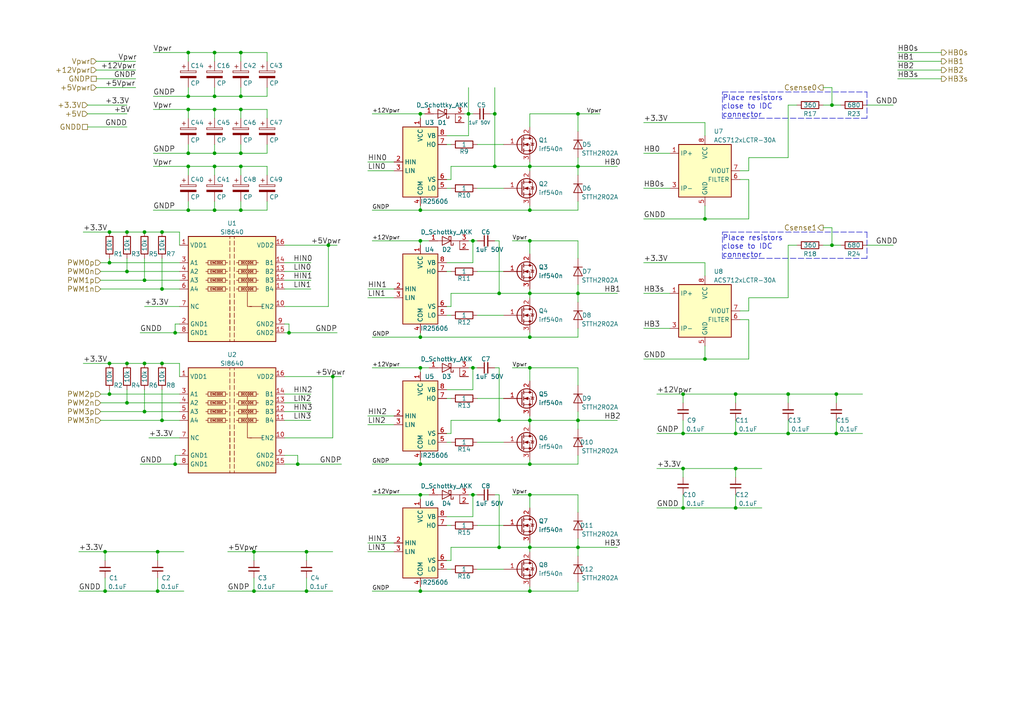
<source format=kicad_sch>
(kicad_sch (version 20211123) (generator eeschema)
  (paper "A4")
  (junction (at 69.85 60.96))
  (junction (at 167.64 121.92))
  (junction (at 69.85 44.45))
  (junction (at 242.57 114.3))
  (junction (at 41.91 105.41))
  (junction (at 36.83 78.74))
  (junction (at 54.61 31.75))
  (junction (at 153.67 85.09))
  (junction (at 31.75 76.2))
  (junction (at 144.78 158.75))
  (junction (at 96.52 109.22))
  (junction (at 242.57 125.73))
  (junction (at 137.16 106.68))
  (junction (at 143.51 33.02))
  (junction (at 62.23 27.94))
  (junction (at 31.75 67.31))
  (junction (at 88.9 160.02))
  (junction (at 54.61 44.45))
  (junction (at 54.61 15.24))
  (junction (at 41.91 67.31))
  (junction (at 137.16 69.85))
  (junction (at 50.8 96.52))
  (junction (at 167.64 33.02))
  (junction (at 121.92 69.85))
  (junction (at 144.78 85.09))
  (junction (at 69.85 27.94))
  (junction (at 153.67 158.75))
  (junction (at 62.23 15.24))
  (junction (at 213.36 114.3))
  (junction (at 73.66 160.02))
  (junction (at 86.36 134.62))
  (junction (at 41.91 81.28))
  (junction (at 241.3 71.12))
  (junction (at 153.67 97.79))
  (junction (at 137.16 143.51))
  (junction (at 153.67 134.62))
  (junction (at 30.48 171.45))
  (junction (at 228.6 114.3))
  (junction (at 204.47 63.5))
  (junction (at 135.89 33.02))
  (junction (at 167.64 48.26))
  (junction (at 69.85 31.75))
  (junction (at 73.66 171.45))
  (junction (at 198.12 135.89))
  (junction (at 213.36 135.89))
  (junction (at 31.75 105.41))
  (junction (at 36.83 67.31))
  (junction (at 121.92 134.62))
  (junction (at 41.91 119.38))
  (junction (at 121.92 106.68))
  (junction (at 121.92 60.96))
  (junction (at 54.61 27.94))
  (junction (at 144.78 121.92))
  (junction (at 46.99 67.31))
  (junction (at 31.75 114.3))
  (junction (at 46.99 105.41))
  (junction (at 54.61 48.26))
  (junction (at 121.92 143.51))
  (junction (at 69.85 15.24))
  (junction (at 62.23 48.26))
  (junction (at 153.67 60.96))
  (junction (at 54.61 60.96))
  (junction (at 143.51 48.26))
  (junction (at 62.23 31.75))
  (junction (at 45.72 160.02))
  (junction (at 36.83 116.84))
  (junction (at 88.9 171.45))
  (junction (at 121.92 33.02))
  (junction (at 198.12 147.32))
  (junction (at 153.67 69.85))
  (junction (at 36.83 105.41))
  (junction (at 153.67 48.26))
  (junction (at 50.8 134.62))
  (junction (at 204.47 104.14))
  (junction (at 213.36 125.73))
  (junction (at 153.67 106.68))
  (junction (at 167.64 85.09))
  (junction (at 198.12 114.3))
  (junction (at 228.6 125.73))
  (junction (at 62.23 44.45))
  (junction (at 153.67 143.51))
  (junction (at 45.72 171.45))
  (junction (at 46.99 83.82))
  (junction (at 46.99 121.92))
  (junction (at 241.3 30.48))
  (junction (at 95.25 71.12))
  (junction (at 213.36 147.32))
  (junction (at 167.64 158.75))
  (junction (at 121.92 171.45))
  (junction (at 153.67 171.45))
  (junction (at 83.82 96.52))
  (junction (at 62.23 60.96))
  (junction (at 153.67 121.92))
  (junction (at 69.85 48.26))
  (junction (at 198.12 125.73))
  (junction (at 121.92 97.79))
  (junction (at 30.48 160.02))
  (wire (pts (xy 190.5 114.3) (xy 198.12 114.3)))
  (wire (pts (xy 62.23 27.94) (xy 54.61 27.94)))
  (wire (pts (xy 82.55 96.52) (xy 83.82 96.52)))
  (wire (pts (xy 204.47 76.2) (xy 204.47 80.01)))
  (wire (pts (xy 153.67 97.79) (xy 153.67 96.52)))
  (wire (pts (xy 27.94 25.4) (xy 39.37 25.4)))
  (wire (pts (xy 30.48 162.56) (xy 30.48 160.02)))
  (wire (pts (xy 54.61 25.4) (xy 54.61 27.94)))
  (wire (pts (xy 144.78 106.68) (xy 144.78 121.92)))
  (wire (pts (xy 45.72 160.02) (xy 53.34 160.02)))
  (wire (pts (xy 130.81 125.73) (xy 130.81 121.92)))
  (wire (pts (xy 167.64 33.02) (xy 173.99 33.02)))
  (wire (pts (xy 46.99 74.93) (xy 46.99 83.82)))
  (wire (pts (xy 130.81 52.07) (xy 130.81 48.26)))
  (wire (pts (xy 77.47 34.29) (xy 77.47 31.75)))
  (wire (pts (xy 24.13 67.31) (xy 31.75 67.31)))
  (wire (pts (xy 88.9 160.02) (xy 96.52 160.02)))
  (wire (pts (xy 153.67 171.45) (xy 167.64 171.45)))
  (wire (pts (xy 69.85 44.45) (xy 62.23 44.45)))
  (wire (pts (xy 77.47 15.24) (xy 69.85 15.24)))
  (wire (pts (xy 130.81 88.9) (xy 130.81 85.09)))
  (wire (pts (xy 167.64 69.85) (xy 167.64 74.93)))
  (wire (pts (xy 251.46 30.48) (xy 259.08 30.48)))
  (wire (pts (xy 129.54 152.4) (xy 130.81 152.4)))
  (wire (pts (xy 107.95 171.45) (xy 121.92 171.45)))
  (wire (pts (xy 31.75 114.3) (xy 52.07 114.3)))
  (wire (pts (xy 228.6 114.3) (xy 228.6 116.84)))
  (wire (pts (xy 50.8 134.62) (xy 52.07 134.62)))
  (wire (pts (xy 25.4 33.02) (xy 36.83 33.02)))
  (wire (pts (xy 138.43 54.61) (xy 146.05 54.61)))
  (wire (pts (xy 143.51 106.68) (xy 144.78 106.68)))
  (wire (pts (xy 69.85 41.91) (xy 69.85 44.45)))
  (wire (pts (xy 31.75 74.93) (xy 31.75 76.2)))
  (wire (pts (xy 228.6 86.36) (xy 217.17 86.36)))
  (wire (pts (xy 54.61 44.45) (xy 44.45 44.45)))
  (wire (pts (xy 228.6 71.12) (xy 228.6 86.36)))
  (wire (pts (xy 121.92 106.68) (xy 124.46 106.68)))
  (wire (pts (xy 153.67 134.62) (xy 153.67 133.35)))
  (wire (pts (xy 135.89 25.4) (xy 135.89 33.02)))
  (wire (pts (xy 217.17 104.14) (xy 204.47 104.14)))
  (wire (pts (xy 167.64 85.09) (xy 167.64 87.63)))
  (wire (pts (xy 62.23 41.91) (xy 62.23 44.45)))
  (wire (pts (xy 73.66 171.45) (xy 88.9 171.45)))
  (wire (pts (xy 153.67 85.09) (xy 153.67 86.36)))
  (wire (pts (xy 143.51 33.02) (xy 143.51 48.26)))
  (wire (pts (xy 251.46 71.12) (xy 259.08 71.12)))
  (wire (pts (xy 144.78 85.09) (xy 153.67 85.09)))
  (wire (pts (xy 96.52 127) (xy 96.52 109.22)))
  (wire (pts (xy 153.67 134.62) (xy 167.64 134.62)))
  (polyline (pts (xy 209.55 67.31) (xy 251.46 67.31)))
  (wire (pts (xy 153.67 60.96) (xy 153.67 59.69)))
  (wire (pts (xy 52.07 88.9) (xy 41.91 88.9)))
  (wire (pts (xy 198.12 147.32) (xy 213.36 147.32)))
  (wire (pts (xy 167.64 158.75) (xy 179.07 158.75)))
  (wire (pts (xy 273.05 20.32) (xy 260.35 20.32)))
  (wire (pts (xy 77.47 17.78) (xy 77.47 15.24)))
  (wire (pts (xy 82.55 116.84) (xy 90.17 116.84)))
  (wire (pts (xy 198.12 116.84) (xy 198.12 114.3)))
  (wire (pts (xy 143.51 69.85) (xy 144.78 69.85)))
  (wire (pts (xy 54.61 60.96) (xy 44.45 60.96)))
  (wire (pts (xy 88.9 171.45) (xy 96.52 171.45)))
  (wire (pts (xy 73.66 162.56) (xy 73.66 160.02)))
  (wire (pts (xy 186.69 44.45) (xy 194.31 44.45)))
  (polyline (pts (xy 251.46 74.93) (xy 209.55 74.93)))
  (wire (pts (xy 153.67 106.68) (xy 167.64 106.68)))
  (wire (pts (xy 153.67 143.51) (xy 167.64 143.51)))
  (wire (pts (xy 228.6 125.73) (xy 228.6 121.92)))
  (wire (pts (xy 29.21 78.74) (xy 36.83 78.74)))
  (wire (pts (xy 121.92 106.68) (xy 121.92 107.95)))
  (polyline (pts (xy 251.46 26.67) (xy 251.46 34.29)))
  (wire (pts (xy 167.64 97.79) (xy 167.64 95.25)))
  (wire (pts (xy 167.64 33.02) (xy 167.64 38.1)))
  (wire (pts (xy 114.3 83.82) (xy 106.68 83.82)))
  (wire (pts (xy 54.61 15.24) (xy 44.45 15.24)))
  (wire (pts (xy 27.94 17.78) (xy 39.37 17.78)))
  (wire (pts (xy 198.12 121.92) (xy 198.12 125.73)))
  (wire (pts (xy 30.48 160.02) (xy 45.72 160.02)))
  (wire (pts (xy 62.23 15.24) (xy 54.61 15.24)))
  (wire (pts (xy 148.59 69.85) (xy 153.67 69.85)))
  (wire (pts (xy 204.47 104.14) (xy 186.69 104.14)))
  (wire (pts (xy 241.3 66.04) (xy 238.76 66.04)))
  (polyline (pts (xy 251.46 34.29) (xy 209.55 34.29)))
  (wire (pts (xy 36.83 113.03) (xy 36.83 116.84)))
  (wire (pts (xy 153.67 147.32) (xy 153.67 143.51)))
  (wire (pts (xy 241.3 71.12) (xy 243.84 71.12)))
  (wire (pts (xy 46.99 105.41) (xy 52.07 105.41)))
  (wire (pts (xy 22.86 160.02) (xy 30.48 160.02)))
  (wire (pts (xy 62.23 17.78) (xy 62.23 15.24)))
  (wire (pts (xy 213.36 147.32) (xy 213.36 143.51)))
  (wire (pts (xy 129.54 125.73) (xy 130.81 125.73)))
  (wire (pts (xy 107.95 33.02) (xy 121.92 33.02)))
  (wire (pts (xy 22.86 171.45) (xy 30.48 171.45)))
  (wire (pts (xy 69.85 50.8) (xy 69.85 48.26)))
  (wire (pts (xy 167.64 158.75) (xy 167.64 161.29)))
  (wire (pts (xy 242.57 125.73) (xy 242.57 121.92)))
  (wire (pts (xy 167.64 85.09) (xy 179.07 85.09)))
  (polyline (pts (xy 251.46 67.31) (xy 251.46 74.93)))
  (wire (pts (xy 77.47 58.42) (xy 77.47 60.96)))
  (wire (pts (xy 31.75 113.03) (xy 31.75 114.3)))
  (wire (pts (xy 217.17 63.5) (xy 204.47 63.5)))
  (wire (pts (xy 214.63 49.53) (xy 217.17 49.53)))
  (wire (pts (xy 186.69 85.09) (xy 194.31 85.09)))
  (wire (pts (xy 228.6 114.3) (xy 242.57 114.3)))
  (wire (pts (xy 241.3 30.48) (xy 243.84 30.48)))
  (wire (pts (xy 198.12 114.3) (xy 213.36 114.3)))
  (wire (pts (xy 36.83 78.74) (xy 52.07 78.74)))
  (wire (pts (xy 186.69 54.61) (xy 194.31 54.61)))
  (wire (pts (xy 273.05 17.78) (xy 260.35 17.78)))
  (wire (pts (xy 29.21 121.92) (xy 46.99 121.92)))
  (wire (pts (xy 121.92 33.02) (xy 121.92 34.29)))
  (wire (pts (xy 52.07 67.31) (xy 52.07 71.12)))
  (wire (pts (xy 82.55 76.2) (xy 90.17 76.2)))
  (wire (pts (xy 130.81 162.56) (xy 130.81 158.75)))
  (wire (pts (xy 135.89 33.02) (xy 137.16 33.02)))
  (wire (pts (xy 27.94 20.32) (xy 39.37 20.32)))
  (wire (pts (xy 45.72 160.02) (xy 45.72 162.56)))
  (wire (pts (xy 77.47 25.4) (xy 77.47 27.94)))
  (wire (pts (xy 40.64 96.52) (xy 50.8 96.52)))
  (wire (pts (xy 190.5 125.73) (xy 198.12 125.73)))
  (wire (pts (xy 77.47 48.26) (xy 69.85 48.26)))
  (wire (pts (xy 217.17 49.53) (xy 217.17 45.72)))
  (wire (pts (xy 167.64 143.51) (xy 167.64 148.59)))
  (wire (pts (xy 167.64 121.92) (xy 179.07 121.92)))
  (wire (pts (xy 121.92 143.51) (xy 124.46 143.51)))
  (wire (pts (xy 135.89 33.02) (xy 135.89 39.37)))
  (wire (pts (xy 167.64 45.72) (xy 167.64 48.26)))
  (wire (pts (xy 214.63 90.17) (xy 217.17 90.17)))
  (wire (pts (xy 50.8 93.98) (xy 50.8 96.52)))
  (wire (pts (xy 82.55 119.38) (xy 90.17 119.38)))
  (wire (pts (xy 143.51 25.4) (xy 143.51 33.02)))
  (wire (pts (xy 121.92 97.79) (xy 153.67 97.79)))
  (wire (pts (xy 82.55 134.62) (xy 86.36 134.62)))
  (wire (pts (xy 129.54 54.61) (xy 130.81 54.61)))
  (wire (pts (xy 142.24 33.02) (xy 143.51 33.02)))
  (wire (pts (xy 107.95 60.96) (xy 121.92 60.96)))
  (wire (pts (xy 129.54 115.57) (xy 130.81 115.57)))
  (wire (pts (xy 52.07 132.08) (xy 50.8 132.08)))
  (wire (pts (xy 82.55 109.22) (xy 96.52 109.22)))
  (wire (pts (xy 29.21 114.3) (xy 31.75 114.3)))
  (wire (pts (xy 31.75 76.2) (xy 52.07 76.2)))
  (wire (pts (xy 138.43 165.1) (xy 146.05 165.1)))
  (wire (pts (xy 29.21 81.28) (xy 41.91 81.28)))
  (wire (pts (xy 82.55 83.82) (xy 90.17 83.82)))
  (wire (pts (xy 167.64 106.68) (xy 167.64 111.76)))
  (wire (pts (xy 107.95 97.79) (xy 121.92 97.79)))
  (wire (pts (xy 62.23 60.96) (xy 54.61 60.96)))
  (wire (pts (xy 69.85 15.24) (xy 62.23 15.24)))
  (wire (pts (xy 137.16 76.2) (xy 129.54 76.2)))
  (wire (pts (xy 88.9 171.45) (xy 88.9 167.64)))
  (wire (pts (xy 198.12 138.43) (xy 198.12 135.89)))
  (wire (pts (xy 82.55 88.9) (xy 95.25 88.9)))
  (wire (pts (xy 214.63 92.71) (xy 217.17 92.71)))
  (wire (pts (xy 114.3 123.19) (xy 106.68 123.19)))
  (wire (pts (xy 228.6 30.48) (xy 228.6 45.72)))
  (wire (pts (xy 190.5 147.32) (xy 198.12 147.32)))
  (wire (pts (xy 83.82 96.52) (xy 97.79 96.52)))
  (wire (pts (xy 137.16 113.03) (xy 129.54 113.03)))
  (wire (pts (xy 137.16 143.51) (xy 137.16 149.86)))
  (wire (pts (xy 45.72 171.45) (xy 45.72 167.64)))
  (wire (pts (xy 31.75 105.41) (xy 36.83 105.41)))
  (wire (pts (xy 273.05 15.24) (xy 260.35 15.24)))
  (wire (pts (xy 217.17 90.17) (xy 217.17 86.36)))
  (wire (pts (xy 52.07 127) (xy 43.18 127)))
  (wire (pts (xy 186.69 35.56) (xy 204.47 35.56)))
  (wire (pts (xy 54.61 50.8) (xy 54.61 48.26)))
  (wire (pts (xy 31.75 67.31) (xy 36.83 67.31)))
  (wire (pts (xy 77.47 50.8) (xy 77.47 48.26)))
  (wire (pts (xy 143.51 143.51) (xy 144.78 143.51)))
  (wire (pts (xy 153.67 120.65) (xy 153.67 121.92)))
  (wire (pts (xy 69.85 34.29) (xy 69.85 31.75)))
  (wire (pts (xy 144.78 69.85) (xy 144.78 85.09)))
  (wire (pts (xy 77.47 27.94) (xy 69.85 27.94)))
  (wire (pts (xy 204.47 59.69) (xy 204.47 63.5)))
  (wire (pts (xy 62.23 34.29) (xy 62.23 31.75)))
  (wire (pts (xy 77.47 31.75) (xy 69.85 31.75)))
  (wire (pts (xy 107.95 106.68) (xy 121.92 106.68)))
  (wire (pts (xy 121.92 60.96) (xy 153.67 60.96)))
  (wire (pts (xy 82.55 132.08) (xy 86.36 132.08)))
  (wire (pts (xy 135.89 106.68) (xy 137.16 106.68)))
  (wire (pts (xy 52.07 93.98) (xy 50.8 93.98)))
  (wire (pts (xy 25.4 36.83) (xy 36.83 36.83)))
  (polyline (pts (xy 209.55 26.67) (xy 251.46 26.67)))
  (wire (pts (xy 29.21 119.38) (xy 41.91 119.38)))
  (wire (pts (xy 153.67 121.92) (xy 153.67 123.19)))
  (wire (pts (xy 231.14 71.12) (xy 228.6 71.12)))
  (wire (pts (xy 69.85 27.94) (xy 62.23 27.94)))
  (wire (pts (xy 137.16 69.85) (xy 137.16 76.2)))
  (wire (pts (xy 153.67 110.49) (xy 153.67 106.68)))
  (wire (pts (xy 217.17 92.71) (xy 217.17 104.14)))
  (wire (pts (xy 231.14 30.48) (xy 228.6 30.48)))
  (wire (pts (xy 129.54 128.27) (xy 130.81 128.27)))
  (wire (pts (xy 143.51 48.26) (xy 153.67 48.26)))
  (wire (pts (xy 69.85 31.75) (xy 62.23 31.75)))
  (wire (pts (xy 153.67 48.26) (xy 167.64 48.26)))
  (wire (pts (xy 129.54 91.44) (xy 130.81 91.44)))
  (wire (pts (xy 41.91 81.28) (xy 52.07 81.28)))
  (wire (pts (xy 167.64 121.92) (xy 167.64 124.46)))
  (wire (pts (xy 138.43 91.44) (xy 146.05 91.44)))
  (wire (pts (xy 86.36 134.62) (xy 99.06 134.62)))
  (wire (pts (xy 138.43 128.27) (xy 146.05 128.27)))
  (wire (pts (xy 54.61 27.94) (xy 44.45 27.94)))
  (wire (pts (xy 62.23 48.26) (xy 54.61 48.26)))
  (wire (pts (xy 129.54 52.07) (xy 130.81 52.07)))
  (wire (pts (xy 46.99 67.31) (xy 52.07 67.31)))
  (wire (pts (xy 198.12 147.32) (xy 198.12 143.51)))
  (wire (pts (xy 82.55 121.92) (xy 90.17 121.92)))
  (wire (pts (xy 135.89 69.85) (xy 137.16 69.85)))
  (wire (pts (xy 129.54 88.9) (xy 130.81 88.9)))
  (wire (pts (xy 153.67 69.85) (xy 167.64 69.85)))
  (wire (pts (xy 138.43 78.74) (xy 146.05 78.74)))
  (wire (pts (xy 129.54 41.91) (xy 130.81 41.91)))
  (polyline (pts (xy 209.55 34.29) (xy 209.55 26.67)))
  (wire (pts (xy 153.67 36.83) (xy 153.67 33.02)))
  (wire (pts (xy 114.3 49.53) (xy 106.68 49.53)))
  (wire (pts (xy 167.64 60.96) (xy 167.64 58.42)))
  (wire (pts (xy 153.67 171.45) (xy 153.67 170.18)))
  (wire (pts (xy 153.67 85.09) (xy 167.64 85.09)))
  (wire (pts (xy 54.61 34.29) (xy 54.61 31.75)))
  (wire (pts (xy 134.62 33.02) (xy 135.89 33.02)))
  (wire (pts (xy 213.36 135.89) (xy 220.98 135.89)))
  (wire (pts (xy 77.47 44.45) (xy 69.85 44.45)))
  (wire (pts (xy 54.61 17.78) (xy 54.61 15.24)))
  (wire (pts (xy 121.92 69.85) (xy 124.46 69.85)))
  (wire (pts (xy 130.81 48.26) (xy 143.51 48.26)))
  (wire (pts (xy 241.3 71.12) (xy 241.3 66.04)))
  (wire (pts (xy 41.91 74.93) (xy 41.91 81.28)))
  (wire (pts (xy 66.04 160.02) (xy 73.66 160.02)))
  (wire (pts (xy 36.83 105.41) (xy 41.91 105.41)))
  (wire (pts (xy 137.16 106.68) (xy 137.16 113.03)))
  (wire (pts (xy 83.82 93.98) (xy 83.82 96.52)))
  (wire (pts (xy 130.81 158.75) (xy 144.78 158.75)))
  (wire (pts (xy 88.9 160.02) (xy 88.9 162.56)))
  (wire (pts (xy 213.36 114.3) (xy 213.36 116.84)))
  (wire (pts (xy 121.92 60.96) (xy 121.92 59.69)))
  (wire (pts (xy 41.91 105.41) (xy 46.99 105.41)))
  (wire (pts (xy 50.8 96.52) (xy 52.07 96.52)))
  (wire (pts (xy 36.83 116.84) (xy 52.07 116.84)))
  (wire (pts (xy 204.47 104.14) (xy 204.47 100.33)))
  (wire (pts (xy 121.92 171.45) (xy 153.67 171.45)))
  (wire (pts (xy 242.57 114.3) (xy 242.57 116.84)))
  (wire (pts (xy 238.76 30.48) (xy 241.3 30.48)))
  (wire (pts (xy 96.52 109.22) (xy 99.06 109.22)))
  (wire (pts (xy 167.64 48.26) (xy 167.64 50.8)))
  (wire (pts (xy 153.67 97.79) (xy 167.64 97.79)))
  (wire (pts (xy 30.48 171.45) (xy 45.72 171.45)))
  (wire (pts (xy 167.64 82.55) (xy 167.64 85.09)))
  (wire (pts (xy 135.89 39.37) (xy 129.54 39.37)))
  (wire (pts (xy 148.59 106.68) (xy 153.67 106.68)))
  (wire (pts (xy 121.92 134.62) (xy 121.92 133.35)))
  (wire (pts (xy 107.95 69.85) (xy 121.92 69.85)))
  (wire (pts (xy 41.91 113.03) (xy 41.91 119.38)))
  (wire (pts (xy 114.3 120.65) (xy 106.68 120.65)))
  (wire (pts (xy 144.78 143.51) (xy 144.78 158.75)))
  (wire (pts (xy 82.55 78.74) (xy 90.17 78.74)))
  (wire (pts (xy 95.25 71.12) (xy 97.79 71.12)))
  (wire (pts (xy 153.67 157.48) (xy 153.67 158.75)))
  (wire (pts (xy 214.63 52.07) (xy 217.17 52.07)))
  (wire (pts (xy 213.36 135.89) (xy 213.36 138.43)))
  (wire (pts (xy 54.61 31.75) (xy 44.45 31.75)))
  (wire (pts (xy 40.64 134.62) (xy 50.8 134.62)))
  (wire (pts (xy 82.55 114.3) (xy 90.17 114.3)))
  (wire (pts (xy 54.61 58.42) (xy 54.61 60.96)))
  (wire (pts (xy 114.3 160.02) (xy 106.68 160.02)))
  (wire (pts (xy 198.12 135.89) (xy 213.36 135.89)))
  (wire (pts (xy 25.4 30.48) (xy 36.83 30.48)))
  (wire (pts (xy 137.16 69.85) (xy 138.43 69.85)))
  (wire (pts (xy 114.3 157.48) (xy 106.68 157.48)))
  (wire (pts (xy 82.55 81.28) (xy 90.17 81.28)))
  (wire (pts (xy 137.16 106.68) (xy 138.43 106.68)))
  (wire (pts (xy 62.23 25.4) (xy 62.23 27.94)))
  (wire (pts (xy 138.43 115.57) (xy 146.05 115.57)))
  (wire (pts (xy 144.78 158.75) (xy 153.67 158.75)))
  (wire (pts (xy 129.54 162.56) (xy 130.81 162.56)))
  (wire (pts (xy 69.85 48.26) (xy 62.23 48.26)))
  (wire (pts (xy 86.36 132.08) (xy 86.36 134.62)))
  (wire (pts (xy 46.99 83.82) (xy 52.07 83.82)))
  (wire (pts (xy 241.3 25.4) (xy 238.76 25.4)))
  (wire (pts (xy 238.76 71.12) (xy 241.3 71.12)))
  (wire (pts (xy 69.85 58.42) (xy 69.85 60.96)))
  (wire (pts (xy 228.6 125.73) (xy 242.57 125.73)))
  (wire (pts (xy 135.89 143.51) (xy 137.16 143.51)))
  (wire (pts (xy 137.16 149.86) (xy 129.54 149.86)))
  (wire (pts (xy 204.47 35.56) (xy 204.47 39.37)))
  (wire (pts (xy 54.61 41.91) (xy 54.61 44.45)))
  (wire (pts (xy 153.67 33.02) (xy 167.64 33.02)))
  (wire (pts (xy 130.81 85.09) (xy 144.78 85.09)))
  (wire (pts (xy 138.43 41.91) (xy 146.05 41.91)))
  (wire (pts (xy 129.54 165.1) (xy 130.81 165.1)))
  (wire (pts (xy 204.47 63.5) (xy 186.69 63.5)))
  (wire (pts (xy 95.25 88.9) (xy 95.25 71.12)))
  (wire (pts (xy 121.92 71.12) (xy 121.92 69.85)))
  (wire (pts (xy 213.36 114.3) (xy 228.6 114.3)))
  (wire (pts (xy 30.48 171.45) (xy 30.48 167.64)))
  (wire (pts (xy 153.67 83.82) (xy 153.67 85.09)))
  (polyline (pts (xy 209.55 74.93) (xy 209.55 67.31)))
  (wire (pts (xy 29.21 116.84) (xy 36.83 116.84)))
  (wire (pts (xy 29.21 83.82) (xy 46.99 83.82)))
  (wire (pts (xy 24.13 105.41) (xy 31.75 105.41)))
  (wire (pts (xy 82.55 71.12) (xy 95.25 71.12)))
  (wire (pts (xy 69.85 25.4) (xy 69.85 27.94)))
  (wire (pts (xy 46.99 113.03) (xy 46.99 121.92)))
  (wire (pts (xy 121.92 171.45) (xy 121.92 170.18)))
  (wire (pts (xy 213.36 125.73) (xy 228.6 125.73)))
  (wire (pts (xy 186.69 76.2) (xy 204.47 76.2)))
  (wire (pts (xy 107.95 134.62) (xy 121.92 134.62)))
  (wire (pts (xy 36.83 74.93) (xy 36.83 78.74)))
  (wire (pts (xy 77.47 41.91) (xy 77.47 44.45)))
  (wire (pts (xy 66.04 171.45) (xy 73.66 171.45)))
  (wire (pts (xy 213.36 125.73) (xy 213.36 121.92)))
  (wire (pts (xy 41.91 67.31) (xy 46.99 67.31)))
  (wire (pts (xy 62.23 31.75) (xy 54.61 31.75)))
  (wire (pts (xy 77.47 60.96) (xy 69.85 60.96)))
  (wire (pts (xy 167.64 119.38) (xy 167.64 121.92)))
  (wire (pts (xy 27.94 22.86) (xy 39.37 22.86)))
  (wire (pts (xy 69.85 60.96) (xy 62.23 60.96)))
  (wire (pts (xy 62.23 44.45) (xy 54.61 44.45)))
  (wire (pts (xy 167.64 134.62) (xy 167.64 132.08)))
  (wire (pts (xy 153.67 46.99) (xy 153.67 48.26)))
  (wire (pts (xy 190.5 135.89) (xy 198.12 135.89)))
  (wire (pts (xy 153.67 48.26) (xy 153.67 49.53)))
  (wire (pts (xy 130.81 121.92) (xy 144.78 121.92)))
  (wire (pts (xy 153.67 121.92) (xy 167.64 121.92)))
  (wire (pts (xy 41.91 119.38) (xy 52.07 119.38)))
  (wire (pts (xy 107.95 143.51) (xy 121.92 143.51)))
  (wire (pts (xy 213.36 147.32) (xy 220.98 147.32)))
  (wire (pts (xy 138.43 152.4) (xy 146.05 152.4)))
  (wire (pts (xy 82.55 93.98) (xy 83.82 93.98)))
  (wire (pts (xy 62.23 58.42) (xy 62.23 60.96)))
  (wire (pts (xy 54.61 48.26) (xy 44.45 48.26)))
  (wire (pts (xy 242.57 125.73) (xy 250.19 125.73)))
  (wire (pts (xy 167.64 156.21) (xy 167.64 158.75)))
  (wire (pts (xy 129.54 78.74) (xy 130.81 78.74)))
  (wire (pts (xy 167.64 171.45) (xy 167.64 168.91)))
  (wire (pts (xy 52.07 105.41) (xy 52.07 109.22)))
  (wire (pts (xy 82.55 127) (xy 96.52 127)))
  (wire (pts (xy 114.3 46.99) (xy 106.68 46.99)))
  (wire (pts (xy 167.64 48.26) (xy 179.07 48.26)))
  (wire (pts (xy 73.66 171.45) (xy 73.66 167.64)))
  (wire (pts (xy 69.85 17.78) (xy 69.85 15.24)))
  (wire (pts (xy 186.69 95.25) (xy 194.31 95.25)))
  (wire (pts (xy 198.12 125.73) (xy 213.36 125.73)))
  (wire (pts (xy 121.92 33.02) (xy 123.19 33.02)))
  (wire (pts (xy 148.59 143.51) (xy 153.67 143.51)))
  (wire (pts (xy 45.72 171.45) (xy 53.34 171.45)))
  (wire (pts (xy 273.05 22.86) (xy 260.35 22.86)))
  (wire (pts (xy 153.67 60.96) (xy 167.64 60.96)))
  (wire (pts (xy 217.17 52.07) (xy 217.17 63.5)))
  (wire (pts (xy 121.92 134.62) (xy 153.67 134.62)))
  (wire (pts (xy 153.67 73.66) (xy 153.67 69.85)))
  (wire (pts (xy 62.23 50.8) (xy 62.23 48.26)))
  (wire (pts (xy 114.3 86.36) (xy 106.68 86.36)))
  (wire (pts (xy 29.21 76.2) (xy 31.75 76.2)))
  (wire (pts (xy 73.66 160.02) (xy 88.9 160.02)))
  (wire (pts (xy 121.92 97.79) (xy 121.92 96.52)))
  (wire (pts (xy 121.92 143.51) (xy 121.92 144.78)))
  (wire (pts (xy 228.6 45.72) (xy 217.17 45.72)))
  (wire (pts (xy 153.67 158.75) (xy 153.67 160.02)))
  (wire (pts (xy 242.57 114.3) (xy 250.19 114.3)))
  (wire (pts (xy 36.83 67.31) (xy 41.91 67.31)))
  (wire (pts (xy 241.3 30.48) (xy 241.3 25.4)))
  (wire (pts (xy 144.78 121.92) (xy 153.67 121.92)))
  (wire (pts (xy 46.99 121.92) (xy 52.07 121.92)))
  (wire (pts (xy 50.8 132.08) (xy 50.8 134.62)))
  (wire (pts (xy 137.16 143.51) (xy 138.43 143.51)))
  (wire (pts (xy 153.67 158.75) (xy 167.64 158.75)))
  (text "Place resistors\nclose to IDC\nconnector" (at 209.55 74.93 0) (effects (font (size 1.524 1.524)) (justify left bottom)))
  (text "Place resistors\nclose to IDC\nconnector" (at 209.55 34.29 0) (effects (font (size 1.524 1.524)) (justify left bottom)))
  (label "Vpwr" (at 148.59 106.68 0) (effects (font (size 1.1938 1.1938))))
  (label "LIN1" (at 85.09 83.82 0) (effects (font (size 1.524 1.524))))
  (label "+3.3V" (at 43.18 127 0) (effects (font (size 1.524 1.524))))
  (label "GNDD" (at 254 71.12 0) (effects (font (size 1.524 1.524))))
  (label "+3.3V" (at 190.5 135.89 0) (effects (font (size 1.524 1.524))))
  (label "HIN0" (at 85.09 76.2 0) (effects (font (size 1.524 1.524))))
  (label "+3.3V" (at 22.86 160.02 0) (effects (font (size 1.524 1.524))))
  (label "Vpwr" (at 44.45 15.24 0) (effects (font (size 1.524 1.524))))
  (label "+12Vpwr" (at 107.95 33.02 0) (effects (font (size 1.1938 1.1938))))
  (label "+3.3V" (at 24.13 67.31 0) (effects (font (size 1.524 1.524))))
  (label "GNDP" (at 44.45 60.96 0) (effects (font (size 1.524 1.524))))
  (label "+5Vpwr" (at 91.44 109.22 0) (effects (font (size 1.524 1.524))))
  (label "GNDP" (at 107.95 134.62 0) (effects (font (size 1.1938 1.1938))))
  (label "LIN2" (at 85.09 116.84 0) (effects (font (size 1.524 1.524))))
  (label "Vpwr" (at 44.45 48.26 0) (effects (font (size 1.524 1.524))))
  (label "LIN3" (at 85.09 121.92 0) (effects (font (size 1.524 1.524))))
  (label "HB3" (at 175.26 158.75 0) (effects (font (size 1.524 1.524))))
  (label "GNDD" (at 186.69 104.14 0) (effects (font (size 1.524 1.524))))
  (label "GNDP" (at 44.45 44.45 0) (effects (font (size 1.524 1.524))))
  (label "HB3" (at 186.69 95.25 0) (effects (font (size 1.524 1.524))))
  (label "HIN0" (at 106.68 46.99 0) (effects (font (size 1.524 1.524))))
  (label "+12Vpwr" (at 29.21 20.32 0) (effects (font (size 1.524 1.524))))
  (label "LIN3" (at 106.68 160.02 0) (effects (font (size 1.524 1.524))))
  (label "+12Vpwr" (at 107.95 143.51 0) (effects (font (size 1.1938 1.1938))))
  (label "HB1" (at 260.35 17.78 0) (effects (font (size 1.524 1.524))))
  (label "GNDP" (at 44.45 27.94 0) (effects (font (size 1.524 1.524))))
  (label "HIN2" (at 106.68 120.65 0) (effects (font (size 1.524 1.524))))
  (label "GNDP" (at 190.5 125.73 0) (effects (font (size 1.524 1.524))))
  (label "+3.3V" (at 186.69 76.2 0) (effects (font (size 1.524 1.524))))
  (label "GNDD" (at 40.64 96.52 0) (effects (font (size 1.524 1.524))))
  (label "HB0" (at 186.69 44.45 0) (effects (font (size 1.524 1.524))))
  (label "HIN1" (at 85.09 81.28 0) (effects (font (size 1.524 1.524))))
  (label "GNDP" (at 107.95 97.79 0) (effects (font (size 1.1938 1.1938))))
  (label "HB0s" (at 186.69 54.61 0) (effects (font (size 1.524 1.524))))
  (label "HB0s" (at 260.35 15.24 0) (effects (font (size 1.524 1.524))))
  (label "GNDD" (at 30.48 36.83 0) (effects (font (size 1.524 1.524))))
  (label "GNDD" (at 22.86 171.45 0) (effects (font (size 1.524 1.524))))
  (label "GNDP" (at 91.44 96.52 0) (effects (font (size 1.524 1.524))))
  (label "GNDD" (at 190.5 147.32 0) (effects (font (size 1.524 1.524))))
  (label "+5V" (at 33.02 33.02 0) (effects (font (size 1.524 1.524))))
  (label "GNDP" (at 107.95 171.45 0) (effects (font (size 1.1938 1.1938))))
  (label "HIN3" (at 106.68 157.48 0) (effects (font (size 1.524 1.524))))
  (label "HB3s" (at 186.69 85.09 0) (effects (font (size 1.524 1.524))))
  (label "+12Vpwr" (at 190.5 114.3 0) (effects (font (size 1.524 1.524))))
  (label "LIN0" (at 106.68 49.53 0) (effects (font (size 1.524 1.524))))
  (label "HB1" (at 175.26 85.09 0) (effects (font (size 1.524 1.524))))
  (label "GNDD" (at 186.69 63.5 0) (effects (font (size 1.524 1.524))))
  (label "+3.3V" (at 41.91 88.9 0) (effects (font (size 1.524 1.524))))
  (label "+12Vpwr" (at 107.95 69.85 0) (effects (font (size 1.1938 1.1938))))
  (label "GNDP" (at 33.02 22.86 0) (effects (font (size 1.524 1.524))))
  (label "LIN0" (at 85.09 78.74 0) (effects (font (size 1.524 1.524))))
  (label "HIN1" (at 106.68 83.82 0) (effects (font (size 1.524 1.524))))
  (label "HB0" (at 175.26 48.26 0) (effects (font (size 1.524 1.524))))
  (label "GNDP" (at 92.71 134.62 0) (effects (font (size 1.524 1.524))))
  (label "HIN3" (at 85.09 119.38 0) (effects (font (size 1.524 1.524))))
  (label "HIN2" (at 85.09 114.3 0) (effects (font (size 1.524 1.524))))
  (label "+12Vpwr" (at 107.95 106.68 0) (effects (font (size 1.1938 1.1938))))
  (label "HB3s" (at 260.35 22.86 0) (effects (font (size 1.524 1.524))))
  (label "LIN2" (at 106.68 123.19 0) (effects (font (size 1.524 1.524))))
  (label "Vpwr" (at 170.18 33.02 0) (effects (font (size 1.1938 1.1938))))
  (label "Vpwr" (at 34.29 17.78 0) (effects (font (size 1.524 1.524))))
  (label "+3.3V" (at 24.13 105.41 0) (effects (font (size 1.524 1.524))))
  (label "GNDP" (at 66.04 171.45 0) (effects (font (size 1.524 1.524))))
  (label "+5Vpwr" (at 90.17 71.12 0) (effects (font (size 1.524 1.524))))
  (label "Vpwr" (at 44.45 31.75 0) (effects (font (size 1.524 1.524))))
  (label "GNDP" (at 107.95 60.96 0) (effects (font (size 1.1938 1.1938))))
  (label "+5Vpwr" (at 66.04 160.02 0) (effects (font (size 1.524 1.524))))
  (label "GNDD" (at 254 30.48 0) (effects (font (size 1.524 1.524))))
  (label "+5Vpwr" (at 30.48 25.4 0) (effects (font (size 1.524 1.524))))
  (label "HB2" (at 175.26 121.92 0) (effects (font (size 1.524 1.524))))
  (label "Vpwr" (at 148.59 143.51 0) (effects (font (size 1.1938 1.1938))))
  (label "HB2" (at 260.35 20.32 0) (effects (font (size 1.524 1.524))))
  (label "+3.3V" (at 30.48 30.48 0) (effects (font (size 1.524 1.524))))
  (label "GNDD" (at 40.64 134.62 0) (effects (font (size 1.524 1.524))))
  (label "Vpwr" (at 148.59 69.85 0) (effects (font (size 1.1938 1.1938))))
  (label "LIN1" (at 106.68 86.36 0) (effects (font (size 1.524 1.524))))
  (label "+3.3V" (at 186.69 35.56 0) (effects (font (size 1.524 1.524))))
  (hierarchical_label "Csense1" (shape output) (at 238.76 66.04 180) (effects (font (size 1.524 1.524))))
  (hierarchical_label "PWM0n" (shape input) (at 29.21 78.74 180) (effects (font (size 1.524 1.524))))
  (hierarchical_label "HB1" (shape output) (at 273.05 17.78 0) (effects (font (size 1.524 1.524))))
  (hierarchical_label "PWM2n" (shape input) (at 29.21 116.84 180) (effects (font (size 1.524 1.524))))
  (hierarchical_label "PWM1p" (shape input) (at 29.21 81.28 180) (effects (font (size 1.524 1.524))))
  (hierarchical_label "PWM3n" (shape input) (at 29.21 121.92 180) (effects (font (size 1.524 1.524))))
  (hierarchical_label "+3.3V" (shape input) (at 25.4 30.48 180) (effects (font (size 1.524 1.524))))
  (hierarchical_label "+5V" (shape input) (at 25.4 33.02 180) (effects (font (size 1.524 1.524))))
  (hierarchical_label "Csense0" (shape output) (at 238.76 25.4 180) (effects (font (size 1.524 1.524))))
  (hierarchical_label "HB0s" (shape output) (at 273.05 15.24 0) (effects (font (size 1.524 1.524))))
  (hierarchical_label "GNDD" (shape passive) (at 25.4 36.83 180) (effects (font (size 1.524 1.524))))
  (hierarchical_label "+5Vpwr" (shape input) (at 27.94 25.4 180) (effects (font (size 1.524 1.524))))
  (hierarchical_label "PWM2p" (shape input) (at 29.21 114.3 180) (effects (font (size 1.524 1.524))))
  (hierarchical_label "Vpwr" (shape input) (at 27.94 17.78 180) (effects (font (size 1.524 1.524))))
  (hierarchical_label "HB2" (shape output) (at 273.05 20.32 0) (effects (font (size 1.524 1.524))))
  (hierarchical_label "+12Vpwr" (shape input) (at 27.94 20.32 180) (effects (font (size 1.524 1.524))))
  (hierarchical_label "PWM3p" (shape input) (at 29.21 119.38 180) (effects (font (size 1.524 1.524))))
  (hierarchical_label "GNDP" (shape passive) (at 27.94 22.86 180) (effects (font (size 1.524 1.524))))
  (hierarchical_label "PWM0p" (shape input) (at 29.21 76.2 180) (effects (font (size 1.524 1.524))))
  (hierarchical_label "PWM1n" (shape input) (at 29.21 83.82 180) (effects (font (size 1.524 1.524))))
  (hierarchical_label "HB3s" (shape output) (at 273.05 22.86 0) (effects (font (size 1.524 1.524))))
  (symbol (lib_id "4hbd-base-rescue:Q_NMOS_GDS") (at 151.13 41.91 0) (unit 1)
    (property "Reference" "Q1" (at 156.21 40.64 0) (effects (justify left)))
    (property "Value" "irf540n" (at 156.21 43.18 0) (effects (justify left)))
    (property "Footprint" "Package_TO_SOT_THT:TO-220-3_TabUp" (effects hide))
  )
  (symbol (lib_id "4hbd-base-rescue:Q_NMOS_GDS") (at 151.13 54.61 0) (unit 1)
    (property "Reference" "Q2" (at 156.21 53.34 0) (effects (justify left)))
    (property "Value" "irf540n" (at 156.21 55.88 0) (effects (justify left)))
    (property "Footprint" "Package_TO_SOT_THT:TO-220-3_TabUp" (effects hide))
  )
  (symbol (lib_id "4hbd-base-rescue:R") (at 134.62 41.91 270) (unit 1)
    (property "Reference" "R9" (at 134.62 43.942 90))
    (property "Value" "1" (at 134.62 41.91 90))
    (property "Footprint" "Resistor_SMD:R_0603_1608Metric" (effects hide))
  )
  (symbol (lib_id "4hbd-base-rescue:R") (at 134.62 54.61 270) (unit 1)
    (property "Reference" "R10" (at 134.62 56.642 90))
    (property "Value" "1" (at 134.62 54.61 90))
    (property "Footprint" "Resistor_SMD:R_0603_1608Metric" (effects hide))
  )
  (symbol (lib_id "4hbd-base-rescue:C_Small") (at 139.7 33.02 90) (unit 1)
    (property "Reference" "C5" (at 140.97 30.48 90) (effects (justify left)))
    (property "Value" "1uF 50V" (at 142.24 35.56 90) (effects (font (size 0.9906 0.9906)) (justify left)))
    (property "Footprint" "Capacitor_SMD:C_0805_2012Metric" (effects hide))
  )
  (symbol (lib_id "4hbd-base-rescue:D") (at 167.64 41.91 270) (unit 1)
    (property "Reference" "D5" (at 170.18 41.91 90))
    (property "Value" "STTH2R02A" (at 173.99 44.45 90))
    (property "Footprint" "Diode_SMD:D_SMA" (effects hide))
  )
  (symbol (lib_id "4hbd-base-rescue:D") (at 167.64 54.61 270) (unit 1)
    (property "Reference" "D6" (at 170.18 54.61 90))
    (property "Value" "STTH2R02A" (at 173.99 57.15 90))
    (property "Footprint" "Diode_SMD:D_SMA" (effects hide))
  )
  (symbol (lib_id "4hbd-base-rescue:ACS712xLCTR-30A") (at 204.47 90.17 0) (unit 1)
    (property "Reference" "U8" (at 207.01 78.74 0) (effects (justify left)))
    (property "Value" "ACS712xLCTR-30A" (at 207.01 81.28 0) (effects (justify left)))
    (property "Footprint" "Package_SOIC:SOIC-8_3.9x4.9mm_P1.27mm" (effects hide))
  )
  (symbol (lib_id "4hbd-base-rescue:C_Small") (at 198.12 119.38 180) (unit 1)
    (property "Reference" "C9" (at 201.93 121.92 0) (effects (justify left)))
    (property "Value" "0.1uF" (at 204.47 124.46 0) (effects (justify left)))
    (property "Footprint" "Capacitor_SMD:C_0603_1608Metric" (effects hide))
  )
  (symbol (lib_id "4hbd-base-rescue:C_Small") (at 213.36 119.38 180) (unit 1)
    (property "Reference" "C11" (at 217.17 121.92 0) (effects (justify left)))
    (property "Value" "0.1uF" (at 219.71 124.46 0) (effects (justify left)))
    (property "Footprint" "Capacitor_SMD:C_0603_1608Metric" (effects hide))
  )
  (symbol (lib_id "4hbd-base-rescue:C_Small") (at 228.6 119.38 180) (unit 1)
    (property "Reference" "C13" (at 232.41 121.92 0) (effects (justify left)))
    (property "Value" "0.1uF" (at 234.95 124.46 0) (effects (justify left)))
    (property "Footprint" "Capacitor_SMD:C_0603_1608Metric" (effects hide))
  )
  (symbol (lib_id "4hbd-base-rescue:C_Small") (at 242.57 119.38 180) (unit 1)
    (property "Reference" "C15" (at 246.38 121.92 0) (effects (justify left)))
    (property "Value" "0.1uF" (at 248.92 124.46 0) (effects (justify left)))
    (property "Footprint" "Capacitor_SMD:C_0603_1608Metric" (effects hide))
  )
  (symbol (lib_id "4hbd-base-rescue:C_Small") (at 198.12 140.97 180) (unit 1)
    (property "Reference" "C10" (at 201.93 143.51 0) (effects (justify left)))
    (property "Value" "0.1uF" (at 204.47 146.05 0) (effects (justify left)))
    (property "Footprint" "Capacitor_SMD:C_0603_1608Metric" (effects hide))
  )
  (symbol (lib_id "4hbd-base-rescue:C_Small") (at 213.36 140.97 180) (unit 1)
    (property "Reference" "C12" (at 217.17 143.51 0) (effects (justify left)))
    (property "Value" "0.1uF" (at 219.71 146.05 0) (effects (justify left)))
    (property "Footprint" "Capacitor_SMD:C_0603_1608Metric" (effects hide))
  )
  (symbol (lib_id "4hbd-base-rescue:Q_NMOS_GDS") (at 151.13 78.74 0) (unit 1)
    (property "Reference" "Q3" (at 156.21 77.47 0) (effects (justify left)))
    (property "Value" "irf540n" (at 156.21 80.01 0) (effects (justify left)))
    (property "Footprint" "Package_TO_SOT_THT:TO-220-3_TabUp" (effects hide))
  )
  (symbol (lib_id "4hbd-base-rescue:Q_NMOS_GDS") (at 151.13 91.44 0) (unit 1)
    (property "Reference" "Q4" (at 156.21 90.17 0) (effects (justify left)))
    (property "Value" "irf540n" (at 156.21 92.71 0) (effects (justify left)))
    (property "Footprint" "Package_TO_SOT_THT:TO-220-3_TabUp" (effects hide))
  )
  (symbol (lib_id "4hbd-base-rescue:R") (at 134.62 78.74 270) (unit 1)
    (property "Reference" "R11" (at 134.62 80.772 90))
    (property "Value" "1" (at 134.62 78.74 90))
    (property "Footprint" "Resistor_SMD:R_0603_1608Metric" (effects hide))
  )
  (symbol (lib_id "4hbd-base-rescue:R") (at 134.62 91.44 270) (unit 1)
    (property "Reference" "R12" (at 134.62 93.472 90))
    (property "Value" "1" (at 134.62 91.44 90))
    (property "Footprint" "Resistor_SMD:R_0603_1608Metric" (effects hide))
  )
  (symbol (lib_id "4hbd-base-rescue:C_Small") (at 140.97 69.85 90) (unit 1)
    (property "Reference" "C6" (at 142.24 67.31 90) (effects (justify left)))
    (property "Value" "1uF 50V" (at 146.05 72.39 90) (effects (justify left)))
    (property "Footprint" "Capacitor_SMD:C_0805_2012Metric" (effects hide))
  )
  (symbol (lib_id "4hbd-base-rescue:D") (at 167.64 78.74 270) (unit 1)
    (property "Reference" "D7" (at 170.18 78.74 90))
    (property "Value" "STTH2R02A" (at 173.99 81.28 90))
    (property "Footprint" "Diode_SMD:D_SMA" (effects hide))
  )
  (symbol (lib_id "4hbd-base-rescue:D") (at 167.64 91.44 270) (unit 1)
    (property "Reference" "D8" (at 170.18 91.44 90))
    (property "Value" "STTH2R02A" (at 173.99 93.98 90))
    (property "Footprint" "Diode_SMD:D_SMA" (effects hide))
  )
  (symbol (lib_id "4hbd-base-rescue:Q_NMOS_GDS") (at 151.13 115.57 0) (unit 1)
    (property "Reference" "Q5" (at 156.21 114.3 0) (effects (justify left)))
    (property "Value" "irf540n" (at 156.21 116.84 0) (effects (justify left)))
    (property "Footprint" "Package_TO_SOT_THT:TO-220-3_TabUp" (effects hide))
  )
  (symbol (lib_id "4hbd-base-rescue:Q_NMOS_GDS") (at 151.13 128.27 0) (unit 1)
    (property "Reference" "Q6" (at 156.21 127 0) (effects (justify left)))
    (property "Value" "irf540n" (at 156.21 129.54 0) (effects (justify left)))
    (property "Footprint" "Package_TO_SOT_THT:TO-220-3_TabUp" (effects hide))
  )
  (symbol (lib_id "4hbd-base-rescue:R") (at 134.62 115.57 270) (unit 1)
    (property "Reference" "R13" (at 134.62 117.602 90))
    (property "Value" "1" (at 134.62 115.57 90))
    (property "Footprint" "Resistor_SMD:R_0603_1608Metric" (effects hide))
  )
  (symbol (lib_id "4hbd-base-rescue:R") (at 134.62 128.27 270) (unit 1)
    (property "Reference" "R14" (at 134.62 130.302 90))
    (property "Value" "1" (at 134.62 128.27 90))
    (property "Footprint" "Resistor_SMD:R_0603_1608Metric" (effects hide))
  )
  (symbol (lib_id "4hbd-base-rescue:C_Small") (at 140.97 106.68 90) (unit 1)
    (property "Reference" "C7" (at 142.24 104.14 90) (effects (justify left)))
    (property "Value" "1uF 50V" (at 146.05 109.22 90) (effects (justify left)))
    (property "Footprint" "Capacitor_SMD:C_0805_2012Metric" (effects hide))
  )
  (symbol (lib_id "4hbd-base-rescue:D") (at 167.64 115.57 270) (unit 1)
    (property "Reference" "D9" (at 170.18 115.57 90))
    (property "Value" "STTH2R02A" (at 173.99 118.11 90))
    (property "Footprint" "Diode_SMD:D_SMA" (effects hide))
  )
  (symbol (lib_id "4hbd-base-rescue:D") (at 167.64 128.27 270) (unit 1)
    (property "Reference" "D10" (at 170.18 128.27 90))
    (property "Value" "STTH2R02A" (at 173.99 130.81 90))
    (property "Footprint" "Diode_SMD:D_SMA" (effects hide))
  )
  (symbol (lib_id "4hbd-base-rescue:Q_NMOS_GDS") (at 151.13 152.4 0) (unit 1)
    (property "Reference" "Q7" (at 156.21 151.13 0) (effects (justify left)))
    (property "Value" "irf540n" (at 156.21 153.67 0) (effects (justify left)))
    (property "Footprint" "Package_TO_SOT_THT:TO-220-3_TabUp" (effects hide))
  )
  (symbol (lib_id "4hbd-base-rescue:Q_NMOS_GDS") (at 151.13 165.1 0) (unit 1)
    (property "Reference" "Q8" (at 156.21 163.83 0) (effects (justify left)))
    (property "Value" "irf540n" (at 156.21 166.37 0) (effects (justify left)))
    (property "Footprint" "Package_TO_SOT_THT:TO-220-3_TabUp" (effects hide))
  )
  (symbol (lib_id "4hbd-base-rescue:R") (at 134.62 152.4 270) (unit 1)
    (property "Reference" "R15" (at 134.62 154.432 90))
    (property "Value" "1" (at 134.62 152.4 90))
    (property "Footprint" "Resistor_SMD:R_0603_1608Metric" (effects hide))
  )
  (symbol (lib_id "4hbd-base-rescue:R") (at 134.62 165.1 270) (unit 1)
    (property "Reference" "R16" (at 134.62 167.132 90))
    (property "Value" "1" (at 134.62 165.1 90))
    (property "Footprint" "Resistor_SMD:R_0603_1608Metric" (effects hide))
  )
  (symbol (lib_id "4hbd-base-rescue:C_Small") (at 140.97 143.51 90) (unit 1)
    (property "Reference" "C8" (at 142.24 140.97 90) (effects (justify left)))
    (property "Value" "1uF 50V" (at 146.05 146.05 90) (effects (justify left)))
    (property "Footprint" "Capacitor_SMD:C_0805_2012Metric" (effects hide))
  )
  (symbol (lib_id "4hbd-base-rescue:D") (at 167.64 152.4 270) (unit 1)
    (property "Reference" "D11" (at 170.18 152.4 90))
    (property "Value" "STTH2R02A" (at 173.99 154.94 90))
    (property "Footprint" "Diode_SMD:D_SMA" (effects hide))
  )
  (symbol (lib_id "4hbd-base-rescue:D") (at 167.64 165.1 270) (unit 1)
    (property "Reference" "D12" (at 170.18 165.1 90))
    (property "Value" "STTH2R02A" (at 173.99 167.64 90))
    (property "Footprint" "Diode_SMD:D_SMA" (effects hide))
  )
  (symbol (lib_id "4hbd-base-rescue:ACS712xLCTR-30A") (at 204.47 49.53 0) (unit 1)
    (property "Reference" "U7" (at 207.01 38.1 0) (effects (justify left)))
    (property "Value" "ACS712xLCTR-30A" (at 207.01 40.64 0) (effects (justify left)))
    (property "Footprint" "Package_SOIC:SOIC-8_3.9x4.9mm_P1.27mm" (effects hide))
  )
  (symbol (lib_id "4hbd-base-rescue:R") (at 46.99 71.12 180) (unit 1)
    (property "Reference" "R7" (at 49.53 73.66 0))
    (property "Value" "10k" (at 46.99 71.12 90))
    (property "Footprint" "Resistor_SMD:R_0603_1608Metric" (effects hide))
  )
  (symbol (lib_id "4hbd-base-rescue:R") (at 41.91 71.12 180) (unit 1)
    (property "Reference" "R5" (at 44.45 73.66 0))
    (property "Value" "10k" (at 41.91 71.12 90))
    (property "Footprint" "Resistor_SMD:R_0603_1608Metric" (effects hide))
  )
  (symbol (lib_id "4hbd-base-rescue:R") (at 36.83 71.12 180) (unit 1)
    (property "Reference" "R3" (at 39.37 73.66 0))
    (property "Value" "10k" (at 36.83 71.12 90))
    (property "Footprint" "Resistor_SMD:R_0603_1608Metric" (effects hide))
  )
  (symbol (lib_id "4hbd-base-rescue:R") (at 31.75 71.12 180) (unit 1)
    (property "Reference" "R1" (at 34.29 73.66 0))
    (property "Value" "10k" (at 31.75 71.12 90))
    (property "Footprint" "Resistor_SMD:R_0603_1608Metric" (effects hide))
  )
  (symbol (lib_id "4hbd-base-rescue:R") (at 46.99 109.22 180) (unit 1)
    (property "Reference" "R8" (at 49.53 111.76 0))
    (property "Value" "10k" (at 46.99 109.22 90))
    (property "Footprint" "Resistor_SMD:R_0603_1608Metric" (effects hide))
  )
  (symbol (lib_id "4hbd-base-rescue:R") (at 41.91 109.22 180) (unit 1)
    (property "Reference" "R6" (at 44.45 111.76 0))
    (property "Value" "10k" (at 41.91 109.22 90))
    (property "Footprint" "Resistor_SMD:R_0603_1608Metric" (effects hide))
  )
  (symbol (lib_id "4hbd-base-rescue:R") (at 36.83 109.22 180) (unit 1)
    (property "Reference" "R4" (at 39.37 111.76 0))
    (property "Value" "10k" (at 36.83 109.22 90))
    (property "Footprint" "Resistor_SMD:R_0603_1608Metric" (effects hide))
  )
  (symbol (lib_id "4hbd-base-rescue:R") (at 31.75 109.22 180) (unit 1)
    (property "Reference" "R2" (at 34.29 111.76 0))
    (property "Value" "10k" (at 31.75 109.22 90))
    (property "Footprint" "Resistor_SMD:R_0603_1608Metric" (effects hide))
  )
  (symbol (lib_id "4hbd-base-rescue:SI8640") (at 67.31 121.92 0) (unit 1)
    (property "Reference" "U2" (at 67.31 102.87 0))
    (property "Value" "SI8640" (at 67.31 105.41 0))
    (property "Footprint" "Package_SOIC:SOIC-16_3.9x9.9mm_P1.27mm" (effects hide))
  )
  (symbol (lib_id "4hbd-base-rescue:SI8640") (at 67.31 83.82 0) (unit 1)
    (property "Reference" "U1" (at 67.31 64.77 0))
    (property "Value" "SI8640" (at 67.31 67.31 0))
    (property "Footprint" "Package_SOIC:SOIC-16_3.9x9.9mm_P1.27mm" (effects hide))
  )
  (symbol (lib_id "4hbd-base-rescue:C_Small") (at 30.48 165.1 180) (unit 1)
    (property "Reference" "C1" (at 34.29 167.64 0) (effects (justify left)))
    (property "Value" "0.1uF" (at 36.83 170.18 0) (effects (justify left)))
    (property "Footprint" "Capacitor_SMD:C_0603_1608Metric" (effects hide))
  )
  (symbol (lib_id "4hbd-base-rescue:C_Small") (at 45.72 165.1 180) (unit 1)
    (property "Reference" "C2" (at 49.53 167.64 0) (effects (justify left)))
    (property "Value" "0.1uF" (at 52.07 170.18 0) (effects (justify left)))
    (property "Footprint" "Capacitor_SMD:C_0603_1608Metric" (effects hide))
  )
  (symbol (lib_id "4hbd-base-rescue:C_Small") (at 73.66 165.1 180) (unit 1)
    (property "Reference" "C3" (at 77.47 167.64 0) (effects (justify left)))
    (property "Value" "0.1uF" (at 80.01 170.18 0) (effects (justify left)))
    (property "Footprint" "Capacitor_SMD:C_0603_1608Metric" (effects hide))
  )
  (symbol (lib_id "4hbd-base-rescue:C_Small") (at 88.9 165.1 180) (unit 1)
    (property "Reference" "C4" (at 92.71 167.64 0) (effects (justify left)))
    (property "Value" "0.1uF" (at 95.25 170.18 0) (effects (justify left)))
    (property "Footprint" "Capacitor_SMD:C_0603_1608Metric" (effects hide))
  )
  (symbol (lib_id "4hbd-base-rescue:R") (at 234.95 30.48 270) (unit 1)
    (property "Reference" "R17" (at 234.95 33.02 90))
    (property "Value" "360" (at 234.95 30.48 90))
    (property "Footprint" "Resistor_SMD:R_0603_1608Metric" (effects hide))
  )
  (symbol (lib_id "4hbd-base-rescue:R") (at 247.65 30.48 270) (unit 1)
    (property "Reference" "R23" (at 247.65 33.02 90))
    (property "Value" "680" (at 247.65 30.48 90))
    (property "Footprint" "Resistor_SMD:R_0603_1608Metric" (effects hide))
  )
  (symbol (lib_id "4hbd-base-rescue:R") (at 234.95 71.12 270) (unit 1)
    (property "Reference" "R18" (at 234.95 73.66 90))
    (property "Value" "360" (at 234.95 71.12 90))
    (property "Footprint" "Resistor_SMD:R_0603_1608Metric" (effects hide))
  )
  (symbol (lib_id "4hbd-base-rescue:R") (at 247.65 71.12 270) (unit 1)
    (property "Reference" "R24" (at 247.65 73.66 90))
    (property "Value" "680" (at 247.65 71.12 90))
    (property "Footprint" "Resistor_SMD:R_0603_1608Metric" (effects hide))
  )
  (symbol (lib_id "4hbd-base-rescue:D_Schottky_AKK") (at 128.27 33.02 180) (unit 1)
    (property "Reference" "D1" (at 128.27 35.56 0))
    (property "Value" "D_Schottky_AKK" (at 128.27 30.48 0))
    (property "Footprint" "Package_TO_SOT_SMD:SOT-23" (effects hide))
  )
  (symbol (lib_id "4hbd-base-rescue:D_Schottky_AKK") (at 129.54 69.85 180) (unit 1)
    (property "Reference" "D2" (at 129.54 72.39 0))
    (property "Value" "D_Schottky_AKK" (at 129.54 67.31 0))
    (property "Footprint" "Package_TO_SOT_SMD:SOT-23" (effects hide))
  )
  (symbol (lib_id "4hbd-base-rescue:D_Schottky_AKK") (at 129.54 106.68 180) (unit 1)
    (property "Reference" "D3" (at 129.54 109.22 0))
    (property "Value" "D_Schottky_AKK" (at 129.54 104.14 0))
    (property "Footprint" "Package_TO_SOT_SMD:SOT-23" (effects hide))
  )
  (symbol (lib_id "4hbd-base-rescue:D_Schottky_AKK") (at 129.54 143.51 180) (unit 1)
    (property "Reference" "D4" (at 129.54 146.05 0))
    (property "Value" "D_Schottky_AKK" (at 129.54 140.97 0))
    (property "Footprint" "Package_TO_SOT_SMD:SOT-23" (effects hide))
  )
  (symbol (lib_id "4hbd-base-rescue:IR2101") (at 121.92 46.99 0) (unit 1)
    (property "Reference" "U3" (at 123.19 35.56 0) (effects (justify left)))
    (property "Value" "IR25606" (at 121.92 58.42 0) (effects (justify left)))
    (property "Footprint" "Package_SOIC:SOIC-8_3.9x4.9mm_P1.27mm" (effects hide))
  )
  (symbol (lib_id "4hbd-base-rescue:IR2101") (at 121.92 83.82 0) (unit 1)
    (property "Reference" "U4" (at 123.19 72.39 0) (effects (justify left)))
    (property "Value" "IR25606" (at 121.92 95.25 0) (effects (justify left)))
    (property "Footprint" "Package_SOIC:SOIC-8_3.9x4.9mm_P1.27mm" (effects hide))
  )
  (symbol (lib_id "4hbd-base-rescue:IR2101") (at 121.92 120.65 0) (unit 1)
    (property "Reference" "U5" (at 123.19 109.22 0) (effects (justify left)))
    (property "Value" "IR25606" (at 121.92 132.08 0) (effects (justify left)))
    (property "Footprint" "Package_SOIC:SOIC-8_3.9x4.9mm_P1.27mm" (effects hide))
  )
  (symbol (lib_id "4hbd-base-rescue:IR2101") (at 121.92 157.48 0) (unit 1)
    (property "Reference" "U6" (at 123.19 146.05 0) (effects (justify left)))
    (property "Value" "IR25606" (at 121.92 168.91 0) (effects (justify left)))
    (property "Footprint" "Package_SOIC:SOIC-8_3.9x4.9mm_P1.27mm" (effects hide))
  )
  (symbol (lib_id "4hbd-base-rescue:CP") (at 54.61 21.59 0) (unit 1)
    (property "Reference" "C14" (at 55.245 19.05 0) (effects (justify left)))
    (property "Value" "CP" (at 55.245 24.13 0) (effects (justify left)))
    (property "Footprint" "Capacitor_THT:CP_Radial_D22.0mm_P10.00mm_SnapIn" (effects hide))
  )
  (symbol (lib_id "4hbd-base-rescue:CP") (at 62.23 21.59 0) (unit 1)
    (property "Reference" "C16" (at 62.865 19.05 0) (effects (justify left)))
    (property "Value" "CP" (at 62.865 24.13 0) (effects (justify left)))
    (property "Footprint" "Capacitor_THT:CP_Radial_D22.0mm_P10.00mm_SnapIn" (effects hide))
  )
  (symbol (lib_id "4hbd-base-rescue:CP") (at 69.85 21.59 0) (unit 1)
    (property "Reference" "C42" (at 70.485 19.05 0) (effects (justify left)))
    (property "Value" "CP" (at 70.485 24.13 0) (effects (justify left)))
    (property "Footprint" "Capacitor_THT:CP_Radial_D12.5mm_P5.00mm" (effects hide))
  )
  (symbol (lib_id "4hbd-base-rescue:CP") (at 77.47 21.59 0) (unit 1)
    (property "Reference" "C43" (at 78.105 19.05 0) (effects (justify left)))
    (property "Value" "CP" (at 78.105 24.13 0) (effects (justify left)))
    (property "Footprint" "Capacitor_THT:CP_Radial_D12.5mm_P5.00mm" (effects hide))
  )
  (symbol (lib_id "4hbd-base-rescue:CP") (at 54.61 38.1 0) (unit 1)
    (property "Reference" "C44" (at 55.245 35.56 0) (effects (justify left)))
    (property "Value" "CP" (at 55.245 40.64 0) (effects (justify left)))
    (property "Footprint" "Capacitor_SMD:C_2220_5650Metric_Pad2.02x5.50mm_HandSolder" (effects hide))
  )
  (symbol (lib_id "4hbd-base-rescue:CP") (at 62.23 38.1 0) (unit 1)
    (property "Reference" "C45" (at 62.865 35.56 0) (effects (justify left)))
    (property "Value" "CP" (at 62.865 40.64 0) (effects (justify left)))
    (property "Footprint" "Capacitor_SMD:C_2220_5650Metric_Pad2.02x5.50mm_HandSolder" (effects hide))
  )
  (symbol (lib_id "4hbd-base-rescue:CP") (at 69.85 38.1 0) (unit 1)
    (property "Reference" "C46" (at 70.485 35.56 0) (effects (justify left)))
    (property "Value" "CP" (at 70.485 40.64 0) (effects (justify left)))
    (property "Footprint" "Capacitor_SMD:C_2220_5650Metric_Pad2.02x5.50mm_HandSolder" (effects hide))
  )
  (symbol (lib_id "4hbd-base-rescue:CP") (at 77.47 38.1 0) (unit 1)
    (property "Reference" "C47" (at 78.105 35.56 0) (effects (justify left)))
    (property "Value" "CP" (at 78.105 40.64 0) (effects (justify left)))
    (property "Footprint" "Capacitor_SMD:C_2220_5650Metric_Pad2.02x5.50mm_HandSolder" (effects hide))
  )
  (symbol (lib_id "4hbd-base-rescue:CP") (at 54.61 54.61 0) (unit 1)
    (property "Reference" "C40" (at 55.245 52.07 0) (effects (justify left)))
    (property "Value" "CP" (at 55.245 57.15 0) (effects (justify left)))
    (property "Footprint" "Capacitor_THT:CP_Radial_D10.0mm_P5.00mm" (effects hide))
  )
  (symbol (lib_id "4hbd-base-rescue:CP") (at 62.23 54.61 0) (unit 1)
    (property "Reference" "C41" (at 62.865 52.07 0) (effects (justify left)))
    (property "Value" "CP" (at 62.865 57.15 0) (effects (justify left)))
    (property "Footprint" "Capacitor_THT:CP_Radial_D10.0mm_P5.00mm" (effects hide))
  )
  (symbol (lib_id "4hbd-base-rescue:CP") (at 69.85 54.61 0) (unit 1)
    (property "Reference" "C48" (at 70.485 52.07 0) (effects (justify left)))
    (property "Value" "CP" (at 70.485 57.15 0) (effects (justify left)))
    (property "Footprint" "Capacitor_THT:CP_Radial_D10.0mm_P5.00mm" (effects hide))
  )
  (symbol (lib_id "4hbd-base-rescue:CP") (at 77.47 54.61 0) (unit 1)
    (property "Reference" "C49" (at 78.105 52.07 0) (effects (justify left)))
    (property "Value" "CP" (at 78.105 57.15 0) (effects (justify left)))
    (property "Footprint" "Capacitor_THT:CP_Radial_D10.0mm_P5.00mm" (effects hide))
  )
)
</source>
